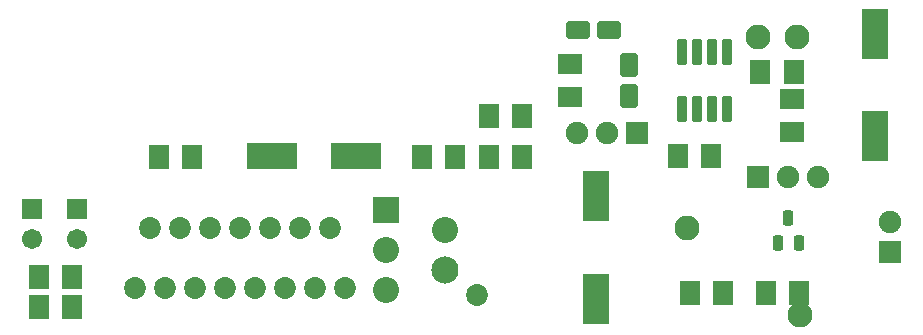
<source format=gbr>
G04 DipTrace 4.2.0.1*
G04 TopMask.gbr*
%MOIN*%
G04 #@! TF.FileFunction,Soldermask,Top*
G04 #@! TF.Part,Single*
%AMOUTLINE1*
4,1,28,
-0.016008,-0.018597,
-0.016008,0.018597,
-0.015799,0.020187,
-0.015084,0.021913,
-0.013946,0.023395,
-0.012464,0.024532,
-0.010738,0.025247,
-0.009148,0.025457,
0.009148,0.025457,
0.010738,0.025247,
0.012464,0.024532,
0.013946,0.023395,
0.015084,0.021913,
0.015799,0.020187,
0.016008,0.018597,
0.016008,-0.018597,
0.015799,-0.020187,
0.015084,-0.021913,
0.013946,-0.023395,
0.012464,-0.024532,
0.010738,-0.025247,
0.009148,-0.025457,
-0.009148,-0.025457,
-0.010738,-0.025247,
-0.012464,-0.024532,
-0.013946,-0.023395,
-0.015084,-0.021913,
-0.015799,-0.020187,
-0.016008,-0.018597,
0*%
%AMOUTLINE4*
4,1,28,
-0.006561,0.044748,
0.006561,0.044748,
0.009076,0.044417,
0.011663,0.043345,
0.013885,0.041641,
0.015589,0.039419,
0.016661,0.036832,
0.016992,0.034317,
0.016992,-0.034317,
0.016661,-0.036832,
0.015589,-0.039419,
0.013885,-0.041641,
0.011663,-0.043345,
0.009076,-0.044417,
0.006561,-0.044748,
-0.006561,-0.044748,
-0.009076,-0.044417,
-0.011663,-0.043345,
-0.013885,-0.041641,
-0.015589,-0.039419,
-0.016661,-0.036832,
-0.016992,-0.034317,
-0.016992,0.034317,
-0.016661,0.036832,
-0.015589,0.039419,
-0.013885,0.041641,
-0.011663,0.043345,
-0.009076,0.044417,
-0.006561,0.044748,
0*%
%AMOUTLINE7*
4,1,28,
0.006561,-0.044748,
-0.006561,-0.044748,
-0.009076,-0.044417,
-0.011663,-0.043345,
-0.013885,-0.041641,
-0.015589,-0.039419,
-0.016661,-0.036832,
-0.016992,-0.034317,
-0.016992,0.034317,
-0.016661,0.036832,
-0.015589,0.039419,
-0.013885,0.041641,
-0.011663,0.043345,
-0.009076,0.044417,
-0.006561,0.044748,
0.006561,0.044748,
0.009076,0.044417,
0.011663,0.043345,
0.013885,0.041641,
0.015589,0.039419,
0.016661,0.036832,
0.016992,0.034317,
0.016992,-0.034317,
0.016661,-0.036832,
0.015589,-0.039419,
0.013885,-0.041641,
0.011663,-0.043345,
0.009076,-0.044417,
0.006561,-0.044748,
0*%
%AMOUTLINE10*
4,1,28,
0.029136,-0.029984,
-0.029136,-0.029984,
-0.031667,-0.029651,
-0.034269,-0.028573,
-0.036504,-0.026858,
-0.038219,-0.024624,
-0.039297,-0.022021,
-0.03963,-0.019491,
-0.03963,0.019491,
-0.039297,0.022021,
-0.038219,0.024624,
-0.036504,0.026858,
-0.034269,0.028573,
-0.031667,0.029651,
-0.029136,0.029984,
0.029136,0.029984,
0.031667,0.029651,
0.034269,0.028573,
0.036504,0.026858,
0.038219,0.024624,
0.039297,0.022021,
0.03963,0.019491,
0.03963,-0.019491,
0.039297,-0.022021,
0.038219,-0.024624,
0.036504,-0.026858,
0.034269,-0.028573,
0.031667,-0.029651,
0.029136,-0.029984,
0*%
%AMOUTLINE13*
4,1,28,
-0.029984,-0.029136,
-0.029984,0.029136,
-0.029651,0.031667,
-0.028573,0.034269,
-0.026858,0.036504,
-0.024624,0.038219,
-0.022021,0.039297,
-0.019491,0.03963,
0.019491,0.03963,
0.022021,0.039297,
0.024624,0.038219,
0.026858,0.036504,
0.028573,0.034269,
0.029651,0.031667,
0.029984,0.029136,
0.029984,-0.029136,
0.029651,-0.031667,
0.028573,-0.034269,
0.026858,-0.036504,
0.024624,-0.038219,
0.022021,-0.039297,
0.019491,-0.03963,
-0.019491,-0.03963,
-0.022021,-0.039297,
-0.024624,-0.038219,
-0.026858,-0.036504,
-0.028573,-0.034269,
-0.029651,-0.031667,
-0.029984,-0.029136,
0*%
%ADD42R,0.078866X0.070992*%
%ADD44C,0.074929*%
%ADD46R,0.074929X0.074929*%
%ADD48C,0.083*%
%ADD50R,0.16548X0.08674*%
%ADD52R,0.070992X0.078866*%
%ADD54R,0.08674X0.169417*%
%ADD56C,0.090677*%
%ADD58R,0.087134X0.087134*%
%ADD60C,0.087134*%
%ADD62C,0.073*%
%ADD64C,0.067055*%
%ADD66R,0.067055X0.067055*%
%ADD73OUTLINE1*%
%ADD76OUTLINE4*%
%ADD79OUTLINE7*%
%ADD82OUTLINE10*%
%ADD85OUTLINE13*%
%FSLAX26Y26*%
G04*
G70*
G90*
G75*
G01*
G04 TopMask*
%LPD*%
D66*
X664507Y870331D3*
D64*
Y770331D3*
D62*
X857451Y608600D3*
X907451Y808600D3*
X957451Y608600D3*
X1007451Y808600D3*
X1057451Y608600D3*
X1107451Y808600D3*
X1157451Y608600D3*
X1207451Y808600D3*
X1257451Y608600D3*
X1307451Y808600D3*
X1357451Y608600D3*
X1407451Y808600D3*
X1457451Y608600D3*
X1507451Y808600D3*
X1557451Y608600D3*
D66*
X514507Y870331D3*
D64*
Y770331D3*
D60*
X1890550Y801771D3*
D58*
X1693700Y868700D3*
D56*
X1890550Y667913D3*
D60*
X1693700Y734842D3*
Y600983D3*
D54*
X2393700Y914960D3*
Y572440D3*
D52*
X538582Y643700D3*
X648818D3*
X538582Y543700D3*
X648818D3*
X2037465Y1181495D3*
X2147701D3*
X938582Y1043700D3*
X1048818D3*
D50*
X1593403Y1047838D3*
X1313876D3*
D52*
X1813582Y1043700D3*
X1923818D3*
X2038582D3*
X2148818D3*
D73*
X2999413Y756938D3*
X3035436Y841190D3*
X3071460Y756938D3*
D52*
X2706369Y590356D3*
X2816606D3*
X2960633D3*
X3070869D3*
D48*
X3073275Y519389D3*
X2697804Y806365D3*
D76*
X2679947Y1203426D3*
X2729947D3*
X2779947D3*
X2829947D3*
D79*
Y1394371D3*
X2779947D3*
X2729947D3*
X2679947D3*
D82*
X2436931Y1467440D3*
X2334569D3*
D85*
X2505220Y1247717D3*
Y1350079D3*
D46*
X2935436Y979594D3*
D44*
X3035436D3*
X3135436D3*
D46*
X2532372Y1124504D3*
D44*
X2432372D3*
X2332372D3*
D46*
X3373564Y728301D3*
D44*
Y828301D3*
D52*
X2668602Y1047838D3*
X2778838D3*
D62*
X1997100Y585200D3*
D54*
X3323985Y1456138D3*
Y1113619D3*
D48*
X2933140Y1445524D3*
X3064865D3*
D52*
X2942508Y1328587D3*
X3052745D3*
D42*
X3048808Y1126377D3*
Y1236613D3*
X2307031Y1243780D3*
Y1354016D3*
M02*

</source>
